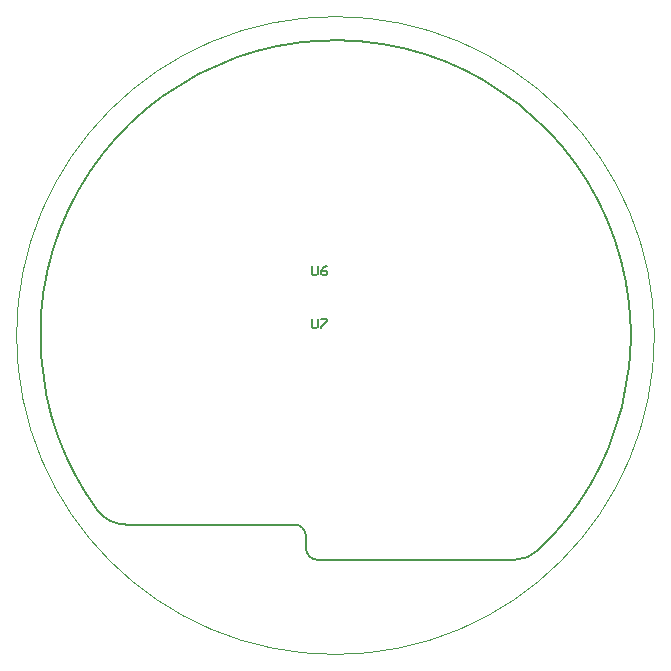
<source format=gm1>
G04*
G04 #@! TF.GenerationSoftware,Altium Limited,Altium Designer,24.4.1 (13)*
G04*
G04 Layer_Color=16711935*
%FSLAX44Y44*%
%MOMM*%
G71*
G04*
G04 #@! TF.SameCoordinates,740DF4E5-9B0E-41A3-91D6-8293D7FF8DF9*
G04*
G04*
G04 #@! TF.FilePolarity,Positive*
G04*
G01*
G75*
%ADD13C,0.1500*%
%ADD15C,0.1000*%
%ADD126C,0.1600*%
D13*
X151000Y-189980D02*
G03*
X172459Y-180936I0J29980D01*
G01*
X-25000Y-170000D02*
G03*
X-35000Y-160000I-10000J0D01*
G01*
X170627Y-182720D02*
G03*
X-201109Y-148510I-170627J182720D01*
G01*
X-202075Y-147207D02*
G03*
X-177500Y-160000I24575J17207D01*
G01*
X-25000Y-180000D02*
G03*
X-15000Y-190000I10000J0D01*
G01*
X151000Y-189995D01*
X-25000Y-180000D02*
Y-170000D01*
X-177500Y-160000D02*
X-35000Y-160000D01*
D15*
X270000Y0D02*
G03*
X270000Y0I-270000J0D01*
G01*
D126*
X-20240Y58997D02*
Y52333D01*
X-18907Y51000D01*
X-16241D01*
X-14908Y52333D01*
Y58997D01*
X-6911D02*
X-9577Y57664D01*
X-12242Y54999D01*
Y52333D01*
X-10910Y51000D01*
X-8244D01*
X-6911Y52333D01*
Y53666D01*
X-8244Y54999D01*
X-12242D01*
X-20240Y13997D02*
Y7333D01*
X-18907Y6000D01*
X-16241D01*
X-14908Y7333D01*
Y13997D01*
X-12242D02*
X-6911D01*
Y12665D01*
X-12242Y7333D01*
Y6000D01*
M02*

</source>
